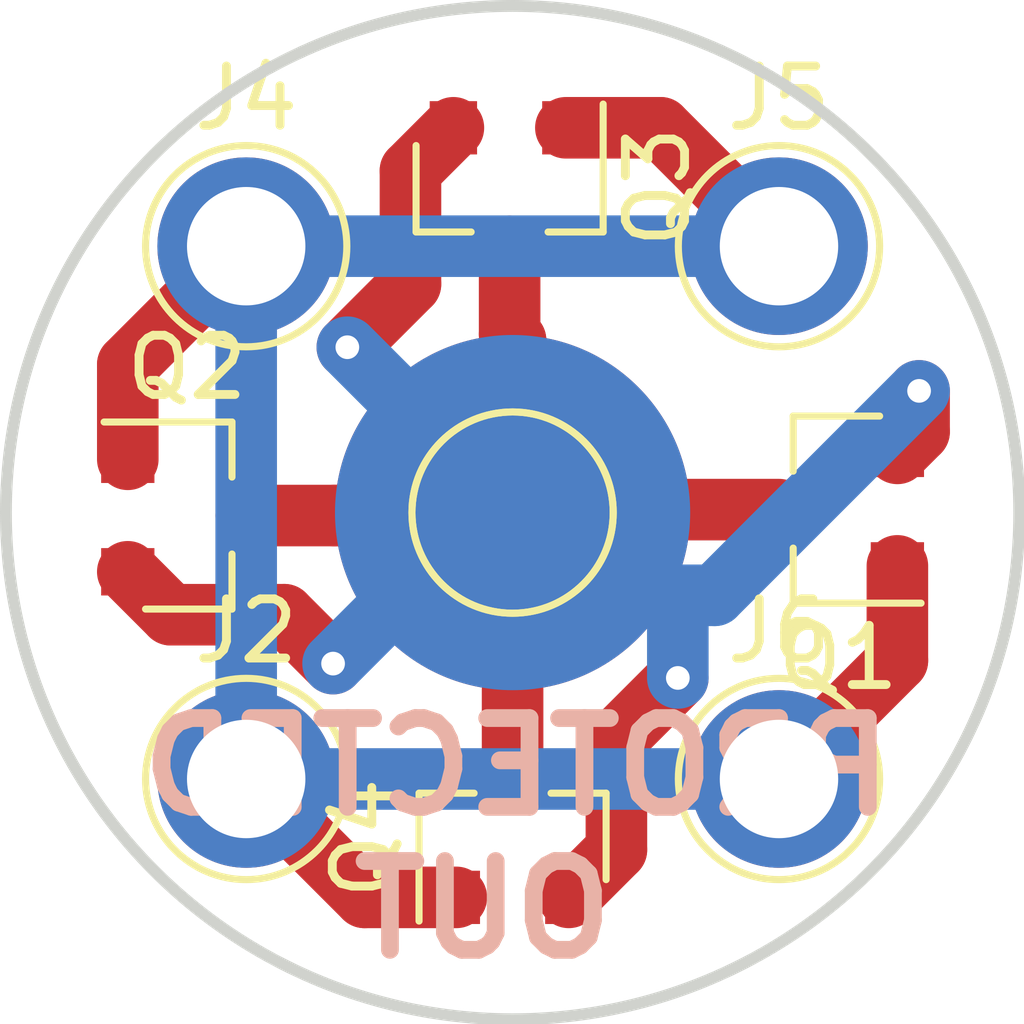
<source format=kicad_pcb>
(kicad_pcb (version 20171130) (host pcbnew 5.0.2-bee76a0~70~ubuntu18.04.1)

  (general
    (thickness 1.6)
    (drawings 2)
    (tracks 45)
    (zones 0)
    (modules 10)
    (nets 4)
  )

  (page A4)
  (layers
    (0 F.Cu signal hide)
    (31 B.Cu signal)
    (32 B.Adhes user)
    (33 F.Adhes user)
    (34 B.Paste user)
    (35 F.Paste user)
    (36 B.SilkS user)
    (37 F.SilkS user)
    (38 B.Mask user)
    (39 F.Mask user)
    (40 Dwgs.User user)
    (41 Cmts.User user)
    (42 Eco1.User user)
    (43 Eco2.User user)
    (44 Edge.Cuts user)
    (45 Margin user)
    (46 B.CrtYd user)
    (47 F.CrtYd user)
    (48 B.Fab user)
    (49 F.Fab user)
  )

  (setup
    (last_trace_width 1.04)
    (trace_clearance 0.15)
    (zone_clearance 0.508)
    (zone_45_only no)
    (trace_min 0.2)
    (segment_width 0.2)
    (edge_width 0.2)
    (via_size 0.8)
    (via_drill 0.4)
    (via_min_size 0.4)
    (via_min_drill 0.3)
    (uvia_size 0.3)
    (uvia_drill 0.1)
    (uvias_allowed no)
    (uvia_min_size 0.2)
    (uvia_min_drill 0.1)
    (pcb_text_width 0.3)
    (pcb_text_size 1.5 1.5)
    (mod_edge_width 0.15)
    (mod_text_size 1 1)
    (mod_text_width 0.15)
    (pad_size 6 6)
    (pad_drill 0)
    (pad_to_mask_clearance 0.051)
    (solder_mask_min_width 0.25)
    (aux_axis_origin 0 0)
    (visible_elements FFFFFF7F)
    (pcbplotparams
      (layerselection 0x010fc_ffffffff)
      (usegerberextensions false)
      (usegerberattributes false)
      (usegerberadvancedattributes false)
      (creategerberjobfile false)
      (excludeedgelayer true)
      (linewidth 0.100000)
      (plotframeref false)
      (viasonmask false)
      (mode 1)
      (useauxorigin false)
      (hpglpennumber 1)
      (hpglpenspeed 20)
      (hpglpendiameter 15.000000)
      (psnegative false)
      (psa4output false)
      (plotreference true)
      (plotvalue true)
      (plotinvisibletext false)
      (padsonsilk false)
      (subtractmaskfromsilk false)
      (outputformat 1)
      (mirror false)
      (drillshape 1)
      (scaleselection 1)
      (outputdirectory ""))
  )

  (net 0 "")
  (net 1 /DC+IN)
  (net 2 /DC-)
  (net 3 /DC+PRO)

  (net_class Default "This is the default net class."
    (clearance 0.15)
    (trace_width 1.04)
    (via_dia 0.8)
    (via_drill 0.4)
    (uvia_dia 0.3)
    (uvia_drill 0.1)
    (add_net /DC+IN)
    (add_net /DC+PRO)
    (add_net /DC-)
  )

  (module TestPoint:TestPoint_Plated_Hole_D2.0mm (layer F.Cu) (tedit 5DFB023C) (tstamp 5E148F84)
    (at 68 90.5)
    (descr "Plated Hole as test Point, diameter 2.0mm")
    (tags "test point plated hole")
    (path /5DFB240D)
    (attr virtual)
    (fp_text reference J1 (at 0 -2.498) (layer F.SilkS) hide
      (effects (font (size 1 1) (thickness 0.15)))
    )
    (fp_text value 105-1102-001 (at 0 2.45) (layer F.Fab)
      (effects (font (size 1 1) (thickness 0.15)))
    )
    (fp_text user %R (at 0 -2.5) (layer F.Fab)
      (effects (font (size 1 1) (thickness 0.15)))
    )
    (fp_circle (center 0 0) (end 1.8 0) (layer F.CrtYd) (width 0.05))
    (fp_circle (center 0 0) (end 0 -1.7) (layer F.SilkS) (width 0.12))
    (pad 1 smd circle (at 0 0) (size 6 6) (layers F.Cu F.Paste F.Mask)
      (net 1 /DC+IN))
  )

  (module TestPoint:TestPoint_Plated_Hole_D2.0mm (layer F.Cu) (tedit 5DFB0226) (tstamp 5E148F94)
    (at 68 90.5)
    (descr "Plated Hole as test Point, diameter 2.0mm")
    (tags "test point plated hole")
    (path /5DFB25EC)
    (attr virtual)
    (fp_text reference J3 (at 0 -2.498) (layer B.SilkS) hide
      (effects (font (size 1 1) (thickness 0.15)) (justify mirror))
    )
    (fp_text value 105-1102-001 (at 0 2.45) (layer F.Fab)
      (effects (font (size 1 1) (thickness 0.15)))
    )
    (fp_text user %R (at 0 -2.5) (layer F.Fab)
      (effects (font (size 1 1) (thickness 0.15)))
    )
    (fp_circle (center 0 0) (end 1.8 0) (layer F.CrtYd) (width 0.05))
    (fp_circle (center 0 0) (end 0 -1.7) (layer F.SilkS) (width 0.12))
    (pad 1 smd circle (at 0 0) (size 6 6) (layers B.Cu F.Paste F.Mask)
      (net 3 /DC+PRO))
  )

  (module Package_TO_SOT_SMD:SOT-23 (layer F.Cu) (tedit 5A02FF57) (tstamp 5E149037)
    (at 73.5 90.45 180)
    (descr "SOT-23, Standard")
    (tags SOT-23)
    (path /5DFB1D0A)
    (attr smd)
    (fp_text reference Q1 (at 0 -2.5 180) (layer F.SilkS)
      (effects (font (size 1 1) (thickness 0.15)))
    )
    (fp_text value AO3401A (at 0 2.5 180) (layer F.Fab)
      (effects (font (size 1 1) (thickness 0.15)))
    )
    (fp_text user %R (at 0 0 270) (layer F.Fab)
      (effects (font (size 0.5 0.5) (thickness 0.075)))
    )
    (fp_line (start -0.7 -0.95) (end -0.7 1.5) (layer F.Fab) (width 0.1))
    (fp_line (start -0.15 -1.52) (end 0.7 -1.52) (layer F.Fab) (width 0.1))
    (fp_line (start -0.7 -0.95) (end -0.15 -1.52) (layer F.Fab) (width 0.1))
    (fp_line (start 0.7 -1.52) (end 0.7 1.52) (layer F.Fab) (width 0.1))
    (fp_line (start -0.7 1.52) (end 0.7 1.52) (layer F.Fab) (width 0.1))
    (fp_line (start 0.76 1.58) (end 0.76 0.65) (layer F.SilkS) (width 0.12))
    (fp_line (start 0.76 -1.58) (end 0.76 -0.65) (layer F.SilkS) (width 0.12))
    (fp_line (start -1.7 -1.75) (end 1.7 -1.75) (layer F.CrtYd) (width 0.05))
    (fp_line (start 1.7 -1.75) (end 1.7 1.75) (layer F.CrtYd) (width 0.05))
    (fp_line (start 1.7 1.75) (end -1.7 1.75) (layer F.CrtYd) (width 0.05))
    (fp_line (start -1.7 1.75) (end -1.7 -1.75) (layer F.CrtYd) (width 0.05))
    (fp_line (start 0.76 -1.58) (end -1.4 -1.58) (layer F.SilkS) (width 0.12))
    (fp_line (start 0.76 1.58) (end -0.7 1.58) (layer F.SilkS) (width 0.12))
    (pad 1 smd rect (at -1 -0.95 180) (size 0.9 0.8) (layers F.Cu F.Paste F.Mask)
      (net 2 /DC-))
    (pad 2 smd rect (at -1 0.95 180) (size 0.9 0.8) (layers F.Cu F.Paste F.Mask)
      (net 3 /DC+PRO))
    (pad 3 smd rect (at 1 0 180) (size 0.9 0.8) (layers F.Cu F.Paste F.Mask)
      (net 1 /DC+IN))
    (model ${KISYS3DMOD}/Package_TO_SOT_SMD.3dshapes/SOT-23.wrl
      (at (xyz 0 0 0))
      (scale (xyz 1 1 1))
      (rotate (xyz 0 0 0))
    )
  )

  (module Package_TO_SOT_SMD:SOT-23 (layer F.Cu) (tedit 5A02FF57) (tstamp 5E14904C)
    (at 62.5 90.55)
    (descr "SOT-23, Standard")
    (tags SOT-23)
    (path /5DFB1DD8)
    (attr smd)
    (fp_text reference Q2 (at 0 -2.5) (layer F.SilkS)
      (effects (font (size 1 1) (thickness 0.15)))
    )
    (fp_text value AO3401A (at 0 2.5) (layer F.Fab)
      (effects (font (size 1 1) (thickness 0.15)))
    )
    (fp_line (start 0.76 1.58) (end -0.7 1.58) (layer F.SilkS) (width 0.12))
    (fp_line (start 0.76 -1.58) (end -1.4 -1.58) (layer F.SilkS) (width 0.12))
    (fp_line (start -1.7 1.75) (end -1.7 -1.75) (layer F.CrtYd) (width 0.05))
    (fp_line (start 1.7 1.75) (end -1.7 1.75) (layer F.CrtYd) (width 0.05))
    (fp_line (start 1.7 -1.75) (end 1.7 1.75) (layer F.CrtYd) (width 0.05))
    (fp_line (start -1.7 -1.75) (end 1.7 -1.75) (layer F.CrtYd) (width 0.05))
    (fp_line (start 0.76 -1.58) (end 0.76 -0.65) (layer F.SilkS) (width 0.12))
    (fp_line (start 0.76 1.58) (end 0.76 0.65) (layer F.SilkS) (width 0.12))
    (fp_line (start -0.7 1.52) (end 0.7 1.52) (layer F.Fab) (width 0.1))
    (fp_line (start 0.7 -1.52) (end 0.7 1.52) (layer F.Fab) (width 0.1))
    (fp_line (start -0.7 -0.95) (end -0.15 -1.52) (layer F.Fab) (width 0.1))
    (fp_line (start -0.15 -1.52) (end 0.7 -1.52) (layer F.Fab) (width 0.1))
    (fp_line (start -0.7 -0.95) (end -0.7 1.5) (layer F.Fab) (width 0.1))
    (fp_text user %R (at 0 0 90) (layer F.Fab)
      (effects (font (size 0.5 0.5) (thickness 0.075)))
    )
    (pad 3 smd rect (at 1 0) (size 0.9 0.8) (layers F.Cu F.Paste F.Mask)
      (net 1 /DC+IN))
    (pad 2 smd rect (at -1 0.95) (size 0.9 0.8) (layers F.Cu F.Paste F.Mask)
      (net 3 /DC+PRO))
    (pad 1 smd rect (at -1 -0.95) (size 0.9 0.8) (layers F.Cu F.Paste F.Mask)
      (net 2 /DC-))
    (model ${KISYS3DMOD}/Package_TO_SOT_SMD.3dshapes/SOT-23.wrl
      (at (xyz 0 0 0))
      (scale (xyz 1 1 1))
      (rotate (xyz 0 0 0))
    )
  )

  (module Package_TO_SOT_SMD:SOT-23 (layer F.Cu) (tedit 5A02FF57) (tstamp 5E149061)
    (at 67.95 85 270)
    (descr "SOT-23, Standard")
    (tags SOT-23)
    (path /5DFB1F0A)
    (attr smd)
    (fp_text reference Q3 (at 0 -2.5 270) (layer F.SilkS)
      (effects (font (size 1 1) (thickness 0.15)))
    )
    (fp_text value AO3401A (at 0 2.5 270) (layer F.Fab)
      (effects (font (size 1 1) (thickness 0.15)))
    )
    (fp_text user %R (at 0 0) (layer F.Fab)
      (effects (font (size 0.5 0.5) (thickness 0.075)))
    )
    (fp_line (start -0.7 -0.95) (end -0.7 1.5) (layer F.Fab) (width 0.1))
    (fp_line (start -0.15 -1.52) (end 0.7 -1.52) (layer F.Fab) (width 0.1))
    (fp_line (start -0.7 -0.95) (end -0.15 -1.52) (layer F.Fab) (width 0.1))
    (fp_line (start 0.7 -1.52) (end 0.7 1.52) (layer F.Fab) (width 0.1))
    (fp_line (start -0.7 1.52) (end 0.7 1.52) (layer F.Fab) (width 0.1))
    (fp_line (start 0.76 1.58) (end 0.76 0.65) (layer F.SilkS) (width 0.12))
    (fp_line (start 0.76 -1.58) (end 0.76 -0.65) (layer F.SilkS) (width 0.12))
    (fp_line (start -1.7 -1.75) (end 1.7 -1.75) (layer F.CrtYd) (width 0.05))
    (fp_line (start 1.7 -1.75) (end 1.7 1.75) (layer F.CrtYd) (width 0.05))
    (fp_line (start 1.7 1.75) (end -1.7 1.75) (layer F.CrtYd) (width 0.05))
    (fp_line (start -1.7 1.75) (end -1.7 -1.75) (layer F.CrtYd) (width 0.05))
    (fp_line (start 0.76 -1.58) (end -1.4 -1.58) (layer F.SilkS) (width 0.12))
    (fp_line (start 0.76 1.58) (end -0.7 1.58) (layer F.SilkS) (width 0.12))
    (pad 1 smd rect (at -1 -0.95 270) (size 0.9 0.8) (layers F.Cu F.Paste F.Mask)
      (net 2 /DC-))
    (pad 2 smd rect (at -1 0.95 270) (size 0.9 0.8) (layers F.Cu F.Paste F.Mask)
      (net 3 /DC+PRO))
    (pad 3 smd rect (at 1 0 270) (size 0.9 0.8) (layers F.Cu F.Paste F.Mask)
      (net 1 /DC+IN))
    (model ${KISYS3DMOD}/Package_TO_SOT_SMD.3dshapes/SOT-23.wrl
      (at (xyz 0 0 0))
      (scale (xyz 1 1 1))
      (rotate (xyz 0 0 0))
    )
  )

  (module Package_TO_SOT_SMD:SOT-23 (layer F.Cu) (tedit 5A02FF57) (tstamp 5E149076)
    (at 68 96 90)
    (descr "SOT-23, Standard")
    (tags SOT-23)
    (path /5DFB1FF0)
    (attr smd)
    (fp_text reference Q4 (at 0 -2.5 90) (layer F.SilkS)
      (effects (font (size 1 1) (thickness 0.15)))
    )
    (fp_text value AO3401A (at 0 2.5 90) (layer F.Fab)
      (effects (font (size 1 1) (thickness 0.15)))
    )
    (fp_line (start 0.76 1.58) (end -0.7 1.58) (layer F.SilkS) (width 0.12))
    (fp_line (start 0.76 -1.58) (end -1.4 -1.58) (layer F.SilkS) (width 0.12))
    (fp_line (start -1.7 1.75) (end -1.7 -1.75) (layer F.CrtYd) (width 0.05))
    (fp_line (start 1.7 1.75) (end -1.7 1.75) (layer F.CrtYd) (width 0.05))
    (fp_line (start 1.7 -1.75) (end 1.7 1.75) (layer F.CrtYd) (width 0.05))
    (fp_line (start -1.7 -1.75) (end 1.7 -1.75) (layer F.CrtYd) (width 0.05))
    (fp_line (start 0.76 -1.58) (end 0.76 -0.65) (layer F.SilkS) (width 0.12))
    (fp_line (start 0.76 1.58) (end 0.76 0.65) (layer F.SilkS) (width 0.12))
    (fp_line (start -0.7 1.52) (end 0.7 1.52) (layer F.Fab) (width 0.1))
    (fp_line (start 0.7 -1.52) (end 0.7 1.52) (layer F.Fab) (width 0.1))
    (fp_line (start -0.7 -0.95) (end -0.15 -1.52) (layer F.Fab) (width 0.1))
    (fp_line (start -0.15 -1.52) (end 0.7 -1.52) (layer F.Fab) (width 0.1))
    (fp_line (start -0.7 -0.95) (end -0.7 1.5) (layer F.Fab) (width 0.1))
    (fp_text user %R (at 0 0 180) (layer F.Fab)
      (effects (font (size 0.5 0.5) (thickness 0.075)))
    )
    (pad 3 smd rect (at 1 0 90) (size 0.9 0.8) (layers F.Cu F.Paste F.Mask)
      (net 1 /DC+IN))
    (pad 2 smd rect (at -1 0.95 90) (size 0.9 0.8) (layers F.Cu F.Paste F.Mask)
      (net 3 /DC+PRO))
    (pad 1 smd rect (at -1 -0.95 90) (size 0.9 0.8) (layers F.Cu F.Paste F.Mask)
      (net 2 /DC-))
    (model ${KISYS3DMOD}/Package_TO_SOT_SMD.3dshapes/SOT-23.wrl
      (at (xyz 0 0 0))
      (scale (xyz 1 1 1))
      (rotate (xyz 0 0 0))
    )
  )

  (module TestPoint:TestPoint_Plated_Hole_D2.0mm (layer F.Cu) (tedit 5A0F774F) (tstamp 5E1495A4)
    (at 63.5 86)
    (descr "Plated Hole as test Point, diameter 2.0mm")
    (tags "test point plated hole")
    (path /5DFB292C)
    (attr virtual)
    (fp_text reference J4 (at 0 -2.498) (layer F.SilkS)
      (effects (font (size 1 1) (thickness 0.15)))
    )
    (fp_text value 105-1102-001 (at 0 2.45) (layer F.Fab)
      (effects (font (size 1 1) (thickness 0.15)))
    )
    (fp_text user %R (at 0 -2.5) (layer F.Fab)
      (effects (font (size 1 1) (thickness 0.15)))
    )
    (fp_circle (center 0 0) (end 1.8 0) (layer F.CrtYd) (width 0.05))
    (fp_circle (center 0 0) (end 0 -1.7) (layer F.SilkS) (width 0.12))
    (pad 1 thru_hole circle (at 0 0) (size 3 3) (drill 2) (layers *.Cu *.Mask)
      (net 2 /DC-))
  )

  (module TestPoint:TestPoint_Plated_Hole_D2.0mm (layer F.Cu) (tedit 5A0F774F) (tstamp 5E1495AC)
    (at 72.5 86)
    (descr "Plated Hole as test Point, diameter 2.0mm")
    (tags "test point plated hole")
    (path /5DFB29A4)
    (attr virtual)
    (fp_text reference J5 (at 0 -2.498) (layer F.SilkS)
      (effects (font (size 1 1) (thickness 0.15)))
    )
    (fp_text value 105-1102-001 (at 0 2.45) (layer F.Fab)
      (effects (font (size 1 1) (thickness 0.15)))
    )
    (fp_circle (center 0 0) (end 0 -1.7) (layer F.SilkS) (width 0.12))
    (fp_circle (center 0 0) (end 1.8 0) (layer F.CrtYd) (width 0.05))
    (fp_text user %R (at 0 -2.5) (layer F.Fab)
      (effects (font (size 1 1) (thickness 0.15)))
    )
    (pad 1 thru_hole circle (at 0 0) (size 3 3) (drill 2) (layers *.Cu *.Mask)
      (net 2 /DC-))
  )

  (module TestPoint:TestPoint_Plated_Hole_D2.0mm (layer F.Cu) (tedit 5A0F774F) (tstamp 5E1496DB)
    (at 63.5 95)
    (descr "Plated Hole as test Point, diameter 2.0mm")
    (tags "test point plated hole")
    (path /5DFB2517)
    (attr virtual)
    (fp_text reference J2 (at 0 -2.498) (layer F.SilkS)
      (effects (font (size 1 1) (thickness 0.15)))
    )
    (fp_text value 105-1102-001 (at 0 2.45) (layer F.Fab)
      (effects (font (size 1 1) (thickness 0.15)))
    )
    (fp_text user %R (at 0 -2.5) (layer F.Fab)
      (effects (font (size 1 1) (thickness 0.15)))
    )
    (fp_circle (center 0 0) (end 1.8 0) (layer F.CrtYd) (width 0.05))
    (fp_circle (center 0 0) (end 0 -1.7) (layer F.SilkS) (width 0.12))
    (pad 1 thru_hole circle (at 0 0) (size 3 3) (drill 2) (layers *.Cu *.Mask)
      (net 2 /DC-))
  )

  (module TestPoint:TestPoint_Plated_Hole_D2.0mm (layer F.Cu) (tedit 5A0F774F) (tstamp 5E1496E3)
    (at 72.5 95)
    (descr "Plated Hole as test Point, diameter 2.0mm")
    (tags "test point plated hole")
    (path /5DFB2CC2)
    (attr virtual)
    (fp_text reference J6 (at 0 -2.498) (layer F.SilkS)
      (effects (font (size 1 1) (thickness 0.15)))
    )
    (fp_text value 105-1102-001 (at 0 2.45) (layer F.Fab)
      (effects (font (size 1 1) (thickness 0.15)))
    )
    (fp_circle (center 0 0) (end 0 -1.7) (layer F.SilkS) (width 0.12))
    (fp_circle (center 0 0) (end 1.8 0) (layer F.CrtYd) (width 0.05))
    (fp_text user %R (at 0 -2.5) (layer F.Fab)
      (effects (font (size 1 1) (thickness 0.15)))
    )
    (pad 1 thru_hole circle (at 0 0) (size 3 3) (drill 2) (layers *.Cu *.Mask)
      (net 2 /DC-))
  )

  (gr_text "PROTECTED \nOUT" (at 67.5 96) (layer B.SilkS)
    (effects (font (size 1.5 1.5) (thickness 0.3)) (justify mirror))
  )
  (gr_circle (center 68 90.5) (end 76.558621 90.5) (layer Edge.Cuts) (width 0.2))

  (segment (start 68 90.55) (end 68 90.5) (width 1.04) (layer F.Cu) (net 1))
  (segment (start 68 95) (end 68 90.55) (width 1.04) (layer F.Cu) (net 1))
  (segment (start 68 90.55) (end 64.99 90.55) (width 1.04) (layer F.Cu) (net 1))
  (segment (start 63.5 90.55) (end 64.99 90.55) (width 1.04) (layer F.Cu) (net 1))
  (segment (start 67.95 86) (end 67.95 87.49) (width 1.04) (layer F.Cu) (net 1))
  (segment (start 68.05 90.45) (end 68 90.5) (width 1.04) (layer F.Cu) (net 1))
  (segment (start 72.5 90.45) (end 68.05 90.45) (width 1.04) (layer F.Cu) (net 1))
  (segment (start 68.05 90.45) (end 68.05 87.59) (width 1.04) (layer F.Cu) (net 1))
  (segment (start 68.05 87.59) (end 67.95 87.49) (width 1.04) (layer F.Cu) (net 1))
  (segment (start 63.5 86) (end 63.5 95) (width 1.04) (layer B.Cu) (net 2))
  (segment (start 72.5 86) (end 63.5 86) (width 1.04) (layer B.Cu) (net 2))
  (segment (start 63.5 95) (end 72.5 95) (width 1.04) (layer B.Cu) (net 2))
  (segment (start 63.5 86) (end 61.5 88) (width 1.04) (layer F.Cu) (net 2))
  (segment (start 61.5 88) (end 61.5 89.6) (width 1.04) (layer F.Cu) (net 2))
  (segment (start 63.5 95) (end 65.5 97) (width 1.04) (layer F.Cu) (net 2))
  (segment (start 65.5 97) (end 67.05 97) (width 1.04) (layer F.Cu) (net 2))
  (segment (start 72.5 86) (end 70.5 84) (width 1.04) (layer F.Cu) (net 2))
  (segment (start 70.5 84) (end 68.9 84) (width 1.04) (layer F.Cu) (net 2))
  (segment (start 72.5 95) (end 74.5 93) (width 1.04) (layer F.Cu) (net 2))
  (segment (start 74.5 93) (end 74.5 91.4) (width 1.04) (layer F.Cu) (net 2))
  (segment (start 67.6392 90.3797) (end 64.9679 93.051) (width 1.04) (layer B.Cu) (net 3))
  (segment (start 68 90.5) (end 67.8797 90.3797) (width 1.04) (layer B.Cu) (net 3))
  (segment (start 67.8797 90.3797) (end 67.6392 90.3797) (width 1.04) (layer B.Cu) (net 3))
  (segment (start 67.6392 90.3797) (end 67.6392 90.1371) (width 1.04) (layer B.Cu) (net 3))
  (segment (start 67.6392 90.1371) (end 65.2088 87.7067) (width 1.04) (layer B.Cu) (net 3))
  (segment (start 65.2088 87.7067) (end 66.275 86.6405) (width 1.04) (layer F.Cu) (net 3))
  (segment (start 66.275 86.6405) (end 66.275 84.725) (width 1.04) (layer F.Cu) (net 3))
  (segment (start 66.275 84.725) (end 67 84) (width 1.04) (layer F.Cu) (net 3))
  (segment (start 61.5 91.5) (end 62.225 92.225) (width 1.04) (layer F.Cu) (net 3))
  (segment (start 62.225 92.225) (end 64.1419 92.225) (width 1.04) (layer F.Cu) (net 3))
  (segment (start 64.1419 92.225) (end 64.9679 93.051) (width 1.04) (layer F.Cu) (net 3))
  (segment (start 70.7912 91.8976) (end 71.4132 91.8976) (width 1.04) (layer B.Cu) (net 3))
  (segment (start 71.4132 91.8976) (end 74.8667 88.4441) (width 1.04) (layer B.Cu) (net 3))
  (segment (start 68 90.5) (end 69.3976 91.8976) (width 1.04) (layer B.Cu) (net 3))
  (segment (start 69.3976 91.8976) (end 70.7912 91.8976) (width 1.04) (layer B.Cu) (net 3))
  (segment (start 70.7912 93.2932) (end 70.7912 91.8976) (width 1.04) (layer B.Cu) (net 3))
  (segment (start 74.5 89.5) (end 74.8667 89.1333) (width 1.04) (layer F.Cu) (net 3))
  (segment (start 74.8667 89.1333) (end 74.8667 88.4441) (width 1.04) (layer F.Cu) (net 3))
  (segment (start 68.95 97) (end 69.7537 96.1963) (width 1.04) (layer F.Cu) (net 3))
  (segment (start 69.7537 96.1963) (end 69.7537 94.3307) (width 1.04) (layer F.Cu) (net 3))
  (segment (start 69.7537 94.3307) (end 70.7912 93.2932) (width 1.04) (layer F.Cu) (net 3))
  (via (at 65.2088 87.7067) (size 0.8) (layers F.Cu B.Cu) (net 3))
  (via (at 64.9679 93.051) (size 0.8) (layers F.Cu B.Cu) (net 3))
  (via (at 74.8667 88.4441) (size 0.8) (layers F.Cu B.Cu) (net 3))
  (via (at 70.7912 93.2932) (size 0.8) (layers F.Cu B.Cu) (net 3))

)

</source>
